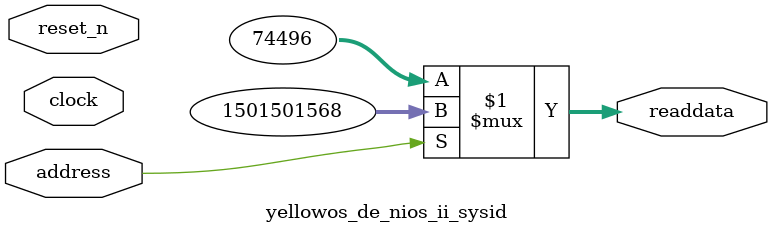
<source format=v>



// synthesis translate_off
`timescale 1ns / 1ps
// synthesis translate_on

// turn off superfluous verilog processor warnings 
// altera message_level Level1 
// altera message_off 10034 10035 10036 10037 10230 10240 10030 

module yellowos_de_nios_ii_sysid (
               // inputs:
                address,
                clock,
                reset_n,

               // outputs:
                readdata
             )
;

  output  [ 31: 0] readdata;
  input            address;
  input            clock;
  input            reset_n;

  wire    [ 31: 0] readdata;
  //control_slave, which is an e_avalon_slave
  assign readdata = address ? 1501501568 : 74496;

endmodule



</source>
